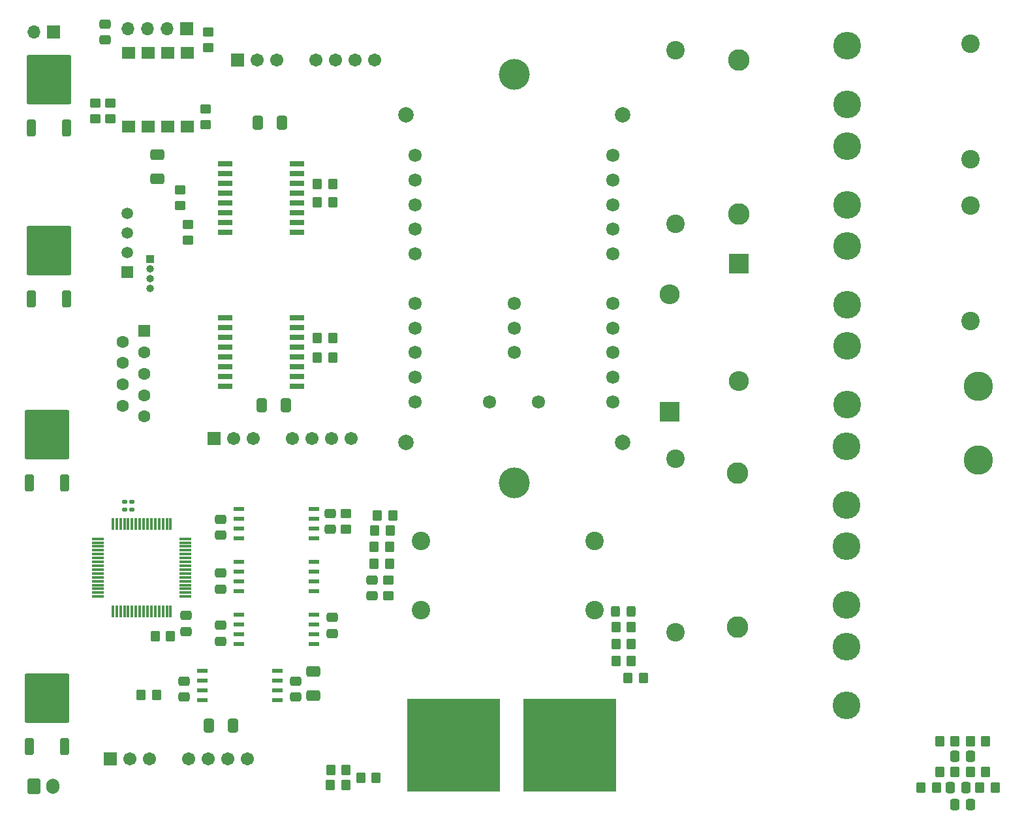
<source format=gbr>
%TF.GenerationSoftware,KiCad,Pcbnew,7.0.9*%
%TF.CreationDate,2024-05-31T16:15:52+05:30*%
%TF.ProjectId,LU,4c552e6b-6963-4616-945f-706362585858,v1.0*%
%TF.SameCoordinates,Original*%
%TF.FileFunction,Soldermask,Top*%
%TF.FilePolarity,Negative*%
%FSLAX46Y46*%
G04 Gerber Fmt 4.6, Leading zero omitted, Abs format (unit mm)*
G04 Created by KiCad (PCBNEW 7.0.9) date 2024-05-31 16:15:52*
%MOMM*%
%LPD*%
G01*
G04 APERTURE LIST*
G04 Aperture macros list*
%AMRoundRect*
0 Rectangle with rounded corners*
0 $1 Rounding radius*
0 $2 $3 $4 $5 $6 $7 $8 $9 X,Y pos of 4 corners*
0 Add a 4 corners polygon primitive as box body*
4,1,4,$2,$3,$4,$5,$6,$7,$8,$9,$2,$3,0*
0 Add four circle primitives for the rounded corners*
1,1,$1+$1,$2,$3*
1,1,$1+$1,$4,$5*
1,1,$1+$1,$6,$7*
1,1,$1+$1,$8,$9*
0 Add four rect primitives between the rounded corners*
20,1,$1+$1,$2,$3,$4,$5,0*
20,1,$1+$1,$4,$5,$6,$7,0*
20,1,$1+$1,$6,$7,$8,$9,0*
20,1,$1+$1,$8,$9,$2,$3,0*%
G04 Aperture macros list end*
%ADD10R,1.473200X0.558800*%
%ADD11R,1.498600X1.498600*%
%ADD12C,1.498600*%
%ADD13R,1.850000X0.650000*%
%ADD14R,1.780000X1.520000*%
%ADD15R,1.750000X1.520000*%
%ADD16C,3.600000*%
%ADD17R,12.000000X12.000000*%
%ADD18RoundRect,0.135000X0.185000X-0.135000X0.185000X0.135000X-0.185000X0.135000X-0.185000X-0.135000X0*%
%ADD19RoundRect,0.250000X-0.350000X-0.450000X0.350000X-0.450000X0.350000X0.450000X-0.350000X0.450000X0*%
%ADD20RoundRect,0.250000X-0.450000X0.350000X-0.450000X-0.350000X0.450000X-0.350000X0.450000X0.350000X0*%
%ADD21C,2.400000*%
%ADD22RoundRect,0.250000X0.350000X0.450000X-0.350000X0.450000X-0.350000X-0.450000X0.350000X-0.450000X0*%
%ADD23RoundRect,0.250000X0.475000X-0.337500X0.475000X0.337500X-0.475000X0.337500X-0.475000X-0.337500X0*%
%ADD24RoundRect,0.250000X0.450000X-0.350000X0.450000X0.350000X-0.450000X0.350000X-0.450000X-0.350000X0*%
%ADD25RoundRect,0.250000X-0.475000X0.337500X-0.475000X-0.337500X0.475000X-0.337500X0.475000X0.337500X0*%
%ADD26RoundRect,0.250000X-0.337500X-0.475000X0.337500X-0.475000X0.337500X0.475000X-0.337500X0.475000X0*%
%ADD27C,1.712000*%
%ADD28RoundRect,0.102000X-0.754000X-0.754000X0.754000X-0.754000X0.754000X0.754000X-0.754000X0.754000X0*%
%ADD29RoundRect,0.075000X-0.075000X-0.700000X0.075000X-0.700000X0.075000X0.700000X-0.075000X0.700000X0*%
%ADD30RoundRect,0.075000X-0.700000X-0.075000X0.700000X-0.075000X0.700000X0.075000X-0.700000X0.075000X0*%
%ADD31C,2.800000*%
%ADD32O,1.700000X2.000000*%
%ADD33RoundRect,0.250000X-0.600000X-0.750000X0.600000X-0.750000X0.600000X0.750000X-0.600000X0.750000X0*%
%ADD34RoundRect,0.250000X0.325000X0.450000X-0.325000X0.450000X-0.325000X-0.450000X0.325000X-0.450000X0*%
%ADD35RoundRect,0.250000X0.350000X-0.850000X0.350000X0.850000X-0.350000X0.850000X-0.350000X-0.850000X0*%
%ADD36RoundRect,0.249997X2.650003X-2.950003X2.650003X2.950003X-2.650003X2.950003X-2.650003X-2.950003X0*%
%ADD37C,1.600000*%
%ADD38R,1.600000X1.600000*%
%ADD39RoundRect,0.135000X-0.185000X0.135000X-0.185000X-0.135000X0.185000X-0.135000X0.185000X0.135000X0*%
%ADD40O,1.700000X1.700000*%
%ADD41R,1.700000X1.700000*%
%ADD42RoundRect,0.250000X-0.412500X-0.650000X0.412500X-0.650000X0.412500X0.650000X-0.412500X0.650000X0*%
%ADD43O,2.600000X2.600000*%
%ADD44R,2.600000X2.600000*%
%ADD45C,3.800000*%
%ADD46RoundRect,0.250000X-0.650000X0.412500X-0.650000X-0.412500X0.650000X-0.412500X0.650000X0.412500X0*%
%ADD47O,1.000000X1.000000*%
%ADD48R,1.000000X1.000000*%
%ADD49C,1.721000*%
%ADD50C,4.000000*%
%ADD51C,2.000000*%
G04 APERTURE END LIST*
D10*
%TO.C,U12*%
X47306800Y-102415000D03*
X47306800Y-101145000D03*
X47306800Y-99875000D03*
X47306800Y-98605000D03*
X37553200Y-98605000D03*
X37553200Y-99875000D03*
X37553200Y-101145000D03*
X37553200Y-102415000D03*
%TD*%
%TO.C,U11*%
X52056800Y-95165000D03*
X52056800Y-93895000D03*
X52056800Y-92625000D03*
X52056800Y-91355000D03*
X42303200Y-91355000D03*
X42303200Y-92625000D03*
X42303200Y-93895000D03*
X42303200Y-95165000D03*
%TD*%
%TO.C,U10*%
X52047900Y-88312800D03*
X52047900Y-87042800D03*
X52047900Y-85772800D03*
X52047900Y-84502800D03*
X42294300Y-84502800D03*
X42294300Y-85772800D03*
X42294300Y-87042800D03*
X42294300Y-88312800D03*
%TD*%
%TO.C,U9*%
X52056800Y-81415000D03*
X52056800Y-80145000D03*
X52056800Y-78875000D03*
X52056800Y-77605000D03*
X42303200Y-77605000D03*
X42303200Y-78875000D03*
X42303200Y-80145000D03*
X42303200Y-81415000D03*
%TD*%
D11*
%TO.C,U4*%
X27788200Y-46880000D03*
D12*
X27788200Y-44340000D03*
X27788200Y-41800000D03*
X27788200Y-39260000D03*
%TD*%
D13*
%TO.C,IC5*%
X49855000Y-41760000D03*
X49855000Y-40490000D03*
X49855000Y-39220000D03*
X49855000Y-37950000D03*
X49855000Y-36680000D03*
X49855000Y-35410000D03*
X49855000Y-34140000D03*
X49855000Y-32870000D03*
X40505000Y-32870000D03*
X40505000Y-34140000D03*
X40505000Y-35410000D03*
X40505000Y-36680000D03*
X40505000Y-37950000D03*
X40505000Y-39220000D03*
X40505000Y-40490000D03*
X40505000Y-41760000D03*
%TD*%
%TO.C,IC1*%
X49855000Y-61760000D03*
X49855000Y-60490000D03*
X49855000Y-59220000D03*
X49855000Y-57950000D03*
X49855000Y-56680000D03*
X49855000Y-55410000D03*
X49855000Y-54140000D03*
X49855000Y-52870000D03*
X40505000Y-52870000D03*
X40505000Y-54140000D03*
X40505000Y-55410000D03*
X40505000Y-56680000D03*
X40505000Y-57950000D03*
X40505000Y-59220000D03*
X40505000Y-60490000D03*
X40505000Y-61760000D03*
%TD*%
D14*
%TO.C,U16*%
X27965000Y-18490000D03*
X30505000Y-18490000D03*
X33045000Y-18490000D03*
X35585000Y-18490000D03*
X35585000Y-28010000D03*
X33045000Y-28010000D03*
D15*
X30505000Y-28010000D03*
D14*
X27965000Y-28010000D03*
%TD*%
D16*
%TO.C,L6*%
X121130000Y-90120000D03*
X121130000Y-82500000D03*
%TD*%
D17*
%TO.C,H6*%
X70180000Y-108260000D03*
%TD*%
D16*
%TO.C,L2*%
X121180000Y-38160000D03*
X121180000Y-30540000D03*
%TD*%
D18*
%TO.C,R60*%
X27430000Y-76750000D03*
X27430000Y-77770000D03*
%TD*%
D19*
%TO.C,R58*%
X33430000Y-94160000D03*
X31430000Y-94160000D03*
%TD*%
D20*
%TO.C,R56*%
X56180000Y-80260000D03*
X56180000Y-78260000D03*
%TD*%
D21*
%TO.C,C30*%
X88430000Y-81760000D03*
X65930000Y-81760000D03*
%TD*%
D22*
%TO.C,R39*%
X58080000Y-112490000D03*
X60080000Y-112490000D03*
%TD*%
D23*
%TO.C,C64*%
X35430000Y-91472500D03*
X35430000Y-93547500D03*
%TD*%
D24*
%TO.C,R10*%
X35680000Y-40760000D03*
X35680000Y-42760000D03*
%TD*%
D16*
%TO.C,L4*%
X121180000Y-64140000D03*
X121180000Y-56520000D03*
%TD*%
%TO.C,L5*%
X121130000Y-77130000D03*
X121130000Y-69510000D03*
%TD*%
D25*
%TO.C,C48*%
X49680000Y-102047500D03*
X49680000Y-99972500D03*
%TD*%
D16*
%TO.C,L3*%
X121180000Y-51150000D03*
X121180000Y-43530000D03*
%TD*%
D19*
%TO.C,R28*%
X139180000Y-111760000D03*
X137180000Y-111760000D03*
%TD*%
D21*
%TO.C,C28*%
X98930000Y-93660000D03*
X98930000Y-71160000D03*
%TD*%
D20*
%TO.C,R61*%
X37930000Y-27760000D03*
X37930000Y-25760000D03*
%TD*%
%TO.C,R48*%
X61650000Y-88890000D03*
X61650000Y-86890000D03*
%TD*%
D26*
%TO.C,C36*%
X136617500Y-113760000D03*
X134542500Y-113760000D03*
%TD*%
D16*
%TO.C,L1*%
X121180000Y-25170000D03*
X121180000Y-17550000D03*
%TD*%
D27*
%TO.C,PS3*%
X43350000Y-110030000D03*
X40810000Y-110030000D03*
X38270000Y-110030000D03*
X35730000Y-110030000D03*
X30650000Y-110030000D03*
X28110000Y-110030000D03*
D28*
X25570000Y-110030000D03*
%TD*%
D19*
%TO.C,R71*%
X93180000Y-92960000D03*
X91180000Y-92960000D03*
%TD*%
D20*
%TO.C,R64*%
X38335000Y-17760000D03*
X38335000Y-15760000D03*
%TD*%
D29*
%TO.C,U14*%
X25930000Y-79585000D03*
X26430000Y-79585000D03*
X26930000Y-79585000D03*
X27430000Y-79585000D03*
X27930000Y-79585000D03*
X28430000Y-79585000D03*
X28930000Y-79585000D03*
X29430000Y-79585000D03*
X29930000Y-79585000D03*
X30430000Y-79585000D03*
X30930000Y-79585000D03*
X31430000Y-79585000D03*
X31930000Y-79585000D03*
X32430000Y-79585000D03*
X32930000Y-79585000D03*
X33430000Y-79585000D03*
D30*
X35355000Y-81510000D03*
X35355000Y-82010000D03*
X35355000Y-82510000D03*
X35355000Y-83010000D03*
X35355000Y-83510000D03*
X35355000Y-84010000D03*
X35355000Y-84510000D03*
X35355000Y-85010000D03*
X35355000Y-85510000D03*
X35355000Y-86010000D03*
X35355000Y-86510000D03*
X35355000Y-87010000D03*
X35355000Y-87510000D03*
X35355000Y-88010000D03*
X35355000Y-88510000D03*
X35355000Y-89010000D03*
D29*
X33430000Y-90935000D03*
X32930000Y-90935000D03*
X32430000Y-90935000D03*
X31930000Y-90935000D03*
X31430000Y-90935000D03*
X30930000Y-90935000D03*
X30430000Y-90935000D03*
X29930000Y-90935000D03*
X29430000Y-90935000D03*
X28930000Y-90935000D03*
X28430000Y-90935000D03*
X27930000Y-90935000D03*
X27430000Y-90935000D03*
X26930000Y-90935000D03*
X26430000Y-90935000D03*
X25930000Y-90935000D03*
D30*
X24005000Y-89010000D03*
X24005000Y-88510000D03*
X24005000Y-88010000D03*
X24005000Y-87510000D03*
X24005000Y-87010000D03*
X24005000Y-86510000D03*
X24005000Y-86010000D03*
X24005000Y-85510000D03*
X24005000Y-85010000D03*
X24005000Y-84510000D03*
X24005000Y-84010000D03*
X24005000Y-83510000D03*
X24005000Y-83010000D03*
X24005000Y-82510000D03*
X24005000Y-82010000D03*
X24005000Y-81510000D03*
%TD*%
D31*
%TO.C,R7*%
X107180000Y-19410000D03*
X107180000Y-39410000D03*
%TD*%
D25*
%TO.C,C47*%
X54430000Y-93797500D03*
X54430000Y-91722500D03*
%TD*%
D19*
%TO.C,R67*%
X93180000Y-97360000D03*
X91180000Y-97360000D03*
%TD*%
D22*
%TO.C,R31*%
X133180000Y-111760000D03*
X135180000Y-111760000D03*
%TD*%
D32*
%TO.C,J1*%
X18180000Y-113660000D03*
D33*
X15680000Y-113660000D03*
%TD*%
D26*
%TO.C,C33*%
X137217500Y-116010000D03*
X135142500Y-116010000D03*
%TD*%
D22*
%TO.C,R32*%
X133180000Y-107760000D03*
X135180000Y-107760000D03*
%TD*%
D19*
%TO.C,R6*%
X54480000Y-37860000D03*
X52480000Y-37860000D03*
%TD*%
D21*
%TO.C,C32*%
X137180000Y-38260000D03*
X137180000Y-53260000D03*
%TD*%
D25*
%TO.C,C57*%
X35180000Y-102047500D03*
X35180000Y-99972500D03*
%TD*%
D19*
%TO.C,R47*%
X61830000Y-84720000D03*
X59830000Y-84720000D03*
%TD*%
D34*
%TO.C,D9*%
X91155000Y-90960000D03*
X93205000Y-90960000D03*
%TD*%
D19*
%TO.C,R1*%
X54480000Y-55460000D03*
X52480000Y-55460000D03*
%TD*%
D35*
%TO.C,U5*%
X19640000Y-108500000D03*
D36*
X17360000Y-102200000D03*
D35*
X15080000Y-108500000D03*
%TD*%
D31*
%TO.C,R16*%
X106930000Y-72960000D03*
X106930000Y-92960000D03*
%TD*%
D37*
%TO.C,J4*%
X27180000Y-64260000D03*
X27180000Y-61490000D03*
X27180000Y-58720000D03*
X27180000Y-55950000D03*
X30020000Y-65645000D03*
X30020000Y-62875000D03*
X30020000Y-60105000D03*
X30020000Y-57335000D03*
D38*
X30020000Y-54565000D03*
%TD*%
D19*
%TO.C,R5*%
X54480000Y-57960000D03*
X52480000Y-57960000D03*
%TD*%
D22*
%TO.C,R44*%
X60270000Y-78470000D03*
X62270000Y-78470000D03*
%TD*%
D39*
%TO.C,R59*%
X28430000Y-77770000D03*
X28430000Y-76750000D03*
%TD*%
D19*
%TO.C,R45*%
X61920000Y-80480000D03*
X59920000Y-80480000D03*
%TD*%
D21*
%TO.C,C27*%
X98930000Y-40660000D03*
X98930000Y-18160000D03*
%TD*%
D40*
%TO.C,J3*%
X27905000Y-15360000D03*
X30445000Y-15360000D03*
X32985000Y-15360000D03*
D41*
X35525000Y-15360000D03*
%TD*%
D27*
%TO.C,PS2*%
X59880000Y-19360000D03*
X57340000Y-19360000D03*
X54800000Y-19360000D03*
X52260000Y-19360000D03*
X47180000Y-19360000D03*
X44640000Y-19360000D03*
D28*
X42100000Y-19360000D03*
%TD*%
D16*
%TO.C,L7*%
X121130000Y-103110000D03*
X121130000Y-95490000D03*
%TD*%
D23*
%TO.C,C71*%
X24930000Y-14722500D03*
X24930000Y-16797500D03*
%TD*%
D42*
%TO.C,C24*%
X47842500Y-27560000D03*
X44717500Y-27560000D03*
%TD*%
D22*
%TO.C,R42*%
X54200000Y-111480000D03*
X56200000Y-111480000D03*
%TD*%
D19*
%TO.C,R29*%
X139180000Y-107760000D03*
X137180000Y-107760000D03*
%TD*%
D35*
%TO.C,U2*%
X19700000Y-74300000D03*
D36*
X17420000Y-68000000D03*
D35*
X15140000Y-74300000D03*
%TD*%
D25*
%TO.C,C55*%
X39930000Y-94797500D03*
X39930000Y-92722500D03*
%TD*%
D21*
%TO.C,C31*%
X88430000Y-90760000D03*
X65930000Y-90760000D03*
%TD*%
D43*
%TO.C,D8*%
X98180000Y-49790000D03*
D44*
X98180000Y-65030000D03*
%TD*%
D22*
%TO.C,R27*%
X138380000Y-113760000D03*
X140380000Y-113760000D03*
%TD*%
D45*
%TO.C,H8*%
X138180000Y-61760000D03*
%TD*%
D25*
%TO.C,C53*%
X39930000Y-88047500D03*
X39930000Y-85972500D03*
%TD*%
D22*
%TO.C,R69*%
X91180000Y-95160000D03*
X93180000Y-95160000D03*
%TD*%
D43*
%TO.C,D7*%
X107180000Y-61030000D03*
D44*
X107180000Y-45790000D03*
%TD*%
D42*
%TO.C,C38*%
X41492500Y-105760000D03*
X38367500Y-105760000D03*
%TD*%
D24*
%TO.C,R62*%
X25580000Y-25010000D03*
X25580000Y-27010000D03*
%TD*%
D19*
%TO.C,R43*%
X56180000Y-113490000D03*
X54180000Y-113490000D03*
%TD*%
D45*
%TO.C,H7*%
X138180000Y-71260000D03*
%TD*%
D35*
%TO.C,U3*%
X19935000Y-50385000D03*
D36*
X17655000Y-44085000D03*
D35*
X15375000Y-50385000D03*
%TD*%
D24*
%TO.C,R9*%
X34680000Y-36260000D03*
X34680000Y-38260000D03*
%TD*%
D27*
%TO.C,PS1*%
X56820000Y-68460000D03*
X54280000Y-68460000D03*
X51740000Y-68460000D03*
X49200000Y-68460000D03*
X44120000Y-68460000D03*
X41580000Y-68460000D03*
D28*
X39040000Y-68460000D03*
%TD*%
D25*
%TO.C,C17*%
X59530000Y-88927500D03*
X59530000Y-86852500D03*
%TD*%
D24*
%TO.C,R63*%
X23680000Y-25010000D03*
X23680000Y-27010000D03*
%TD*%
D46*
%TO.C,C15*%
X31680000Y-34822500D03*
X31680000Y-31697500D03*
%TD*%
D26*
%TO.C,C37*%
X137217500Y-109760000D03*
X135142500Y-109760000D03*
%TD*%
D19*
%TO.C,R68*%
X94780000Y-99560000D03*
X92780000Y-99560000D03*
%TD*%
D35*
%TO.C,U1*%
X19935000Y-28235000D03*
D36*
X17655000Y-21935000D03*
D35*
X15375000Y-28235000D03*
%TD*%
D19*
%TO.C,R30*%
X132780000Y-113760000D03*
X130780000Y-113760000D03*
%TD*%
D17*
%TO.C,H5*%
X85180000Y-108260000D03*
%TD*%
D42*
%TO.C,C9*%
X48342500Y-64160000D03*
X45217500Y-64160000D03*
%TD*%
D25*
%TO.C,C42*%
X54180000Y-80297500D03*
X54180000Y-78222500D03*
%TD*%
D19*
%TO.C,R3*%
X54480000Y-35460000D03*
X52480000Y-35460000D03*
%TD*%
D21*
%TO.C,C29*%
X137180000Y-17260000D03*
X137180000Y-32260000D03*
%TD*%
D19*
%TO.C,R75*%
X31580000Y-101760000D03*
X29580000Y-101760000D03*
%TD*%
D22*
%TO.C,R46*%
X59840000Y-82590000D03*
X61840000Y-82590000D03*
%TD*%
D25*
%TO.C,C51*%
X39930000Y-81047500D03*
X39930000Y-78972500D03*
%TD*%
D46*
%TO.C,C49*%
X51930000Y-101822500D03*
X51930000Y-98697500D03*
%TD*%
D47*
%TO.C,J5*%
X30780000Y-49030000D03*
X30780000Y-47760000D03*
X30780000Y-46490000D03*
D48*
X30780000Y-45220000D03*
%TD*%
D40*
%TO.C,J2*%
X15660000Y-15760000D03*
D41*
X18200000Y-15760000D03*
%TD*%
D49*
%TO.C,Q1*%
X65180000Y-41360000D03*
X65180000Y-38160000D03*
X65180000Y-34960000D03*
X90780000Y-41360000D03*
X90780000Y-38160000D03*
X90780000Y-34960000D03*
X81180000Y-63760000D03*
X74780000Y-63760000D03*
X77980000Y-57360000D03*
X77980000Y-54160000D03*
X77980000Y-50960000D03*
X65180000Y-50960000D03*
X65180000Y-31760000D03*
X90780000Y-50960000D03*
X90780000Y-31760000D03*
X65180000Y-60560000D03*
X65180000Y-57360000D03*
X65180000Y-54160000D03*
X90780000Y-60560000D03*
X90780000Y-57360000D03*
X90780000Y-54160000D03*
X65180000Y-63760000D03*
X65180000Y-44560000D03*
X90780000Y-63760000D03*
X90780000Y-44560000D03*
D50*
X77980000Y-74260000D03*
D51*
X63930000Y-69010000D03*
X92030000Y-69010000D03*
X63930000Y-26510000D03*
X92030000Y-26510000D03*
D50*
X77980000Y-21260000D03*
%TD*%
M02*

</source>
